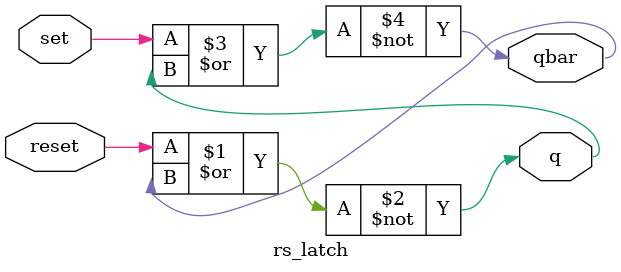
<source format=v>
`timescale 1ns / 1ps
module rs_latch(output q , output qbar , input set , input reset);
	nor #(1)nor1(q , reset , qbar);
	nor #(1)nor2(qbar , set , q);
endmodule
</source>
